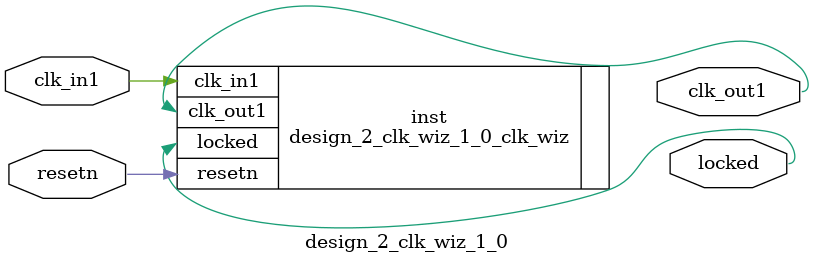
<source format=v>


`timescale 1ps/1ps

(* CORE_GENERATION_INFO = "design_2_clk_wiz_1_0,clk_wiz_v6_0_12_0_0,{component_name=design_2_clk_wiz_1_0,use_phase_alignment=true,use_min_o_jitter=false,use_max_i_jitter=false,use_dyn_phase_shift=false,use_inclk_switchover=false,use_dyn_reconfig=false,enable_axi=0,feedback_source=FDBK_AUTO,PRIMITIVE=PLL,num_out_clk=1,clkin1_period=10.000,clkin2_period=10.000,use_power_down=false,use_reset=true,use_locked=true,use_inclk_stopped=false,feedback_type=SINGLE,CLOCK_MGR_TYPE=NA,manual_override=false}" *)

module design_2_clk_wiz_1_0 
 (
  // Clock out ports
  output        clk_out1,
  // Status and control signals
  input         resetn,
  output        locked,
 // Clock in ports
  input         clk_in1
 );

  design_2_clk_wiz_1_0_clk_wiz inst
  (
  // Clock out ports  
  .clk_out1(clk_out1),
  // Status and control signals               
  .resetn(resetn), 
  .locked(locked),
 // Clock in ports
  .clk_in1(clk_in1)
  );

endmodule

</source>
